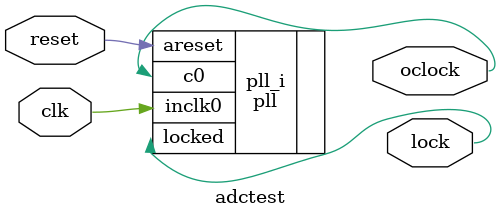
<source format=sv>

module adctest(
	input clk,
	input reset,
	output lock,
	output oclock
	);
	
		
	pll pll_i(.inclk0(clk), .areset(reset), .c0(oclock), .locked(lock));

endmodule
</source>
